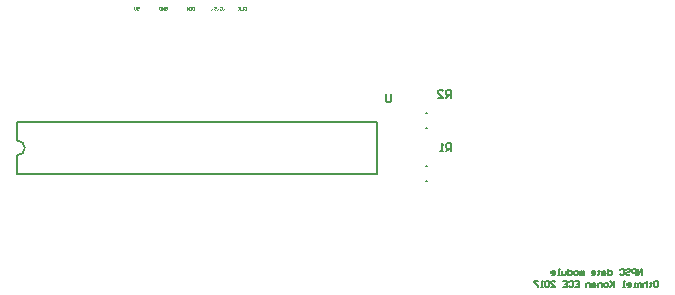
<source format=gbo>
G04 Layer_Color=32896*
%FSLAX42Y42*%
%MOMM*%
G71*
G01*
G75*
%ADD19C,0.13*%
%ADD27C,0.20*%
%ADD28C,0.05*%
D19*
X6709Y1240D02*
Y1310D01*
X6674D01*
X6662Y1298D01*
Y1275D01*
X6674Y1263D01*
X6709D01*
X6686D02*
X6662Y1240D01*
X6639D02*
X6616D01*
X6627D01*
Y1310D01*
X6639Y1298D01*
X6709Y1690D02*
Y1760D01*
X6674D01*
X6662Y1748D01*
Y1725D01*
X6674Y1713D01*
X6709D01*
X6686D02*
X6662Y1690D01*
X6592D02*
X6639D01*
X6592Y1737D01*
Y1748D01*
X6604Y1760D01*
X6627D01*
X6639Y1748D01*
X6201Y1726D02*
Y1668D01*
X6189Y1656D01*
X6166D01*
X6154Y1668D01*
Y1726D01*
X8435Y140D02*
X8452D01*
X8460Y132D01*
Y98D01*
X8452Y90D01*
X8435D01*
X8427Y98D01*
Y132D01*
X8435Y140D01*
X8402Y132D02*
Y123D01*
X8410D01*
X8393D01*
X8402D01*
Y98D01*
X8393Y90D01*
X8368Y140D02*
Y90D01*
Y115D01*
X8360Y123D01*
X8343D01*
X8335Y115D01*
Y90D01*
X8318D02*
Y123D01*
X8293D01*
X8285Y115D01*
Y90D01*
X8268D02*
X8252D01*
X8260D01*
Y123D01*
X8268D01*
X8202Y90D02*
X8218D01*
X8227Y98D01*
Y115D01*
X8218Y123D01*
X8202D01*
X8193Y115D01*
Y107D01*
X8227D01*
X8177Y90D02*
X8160D01*
X8168D01*
Y140D01*
X8177D01*
X8085D02*
Y90D01*
Y107D01*
X8052Y140D01*
X8077Y115D01*
X8052Y90D01*
X8027D02*
X8010D01*
X8002Y98D01*
Y115D01*
X8010Y123D01*
X8027D01*
X8035Y115D01*
Y98D01*
X8027Y90D01*
X7985D02*
Y123D01*
X7960D01*
X7952Y115D01*
Y90D01*
X7927Y123D02*
X7910D01*
X7902Y115D01*
Y90D01*
X7927D01*
X7935Y98D01*
X7927Y107D01*
X7902D01*
X7885Y90D02*
Y123D01*
X7860D01*
X7852Y115D01*
Y90D01*
X7752Y140D02*
X7785D01*
Y90D01*
X7752D01*
X7785Y115D02*
X7769D01*
X7702Y132D02*
X7710Y140D01*
X7727D01*
X7735Y132D01*
Y98D01*
X7727Y90D01*
X7710D01*
X7702Y98D01*
X7652Y140D02*
X7685D01*
Y90D01*
X7652D01*
X7685Y115D02*
X7669D01*
X7552Y90D02*
X7585D01*
X7552Y123D01*
Y132D01*
X7560Y140D01*
X7577D01*
X7585Y132D01*
X7535D02*
X7527Y140D01*
X7510D01*
X7502Y132D01*
Y98D01*
X7510Y90D01*
X7527D01*
X7535Y98D01*
Y132D01*
X7485Y90D02*
X7469D01*
X7477D01*
Y140D01*
X7485Y132D01*
X7444Y140D02*
X7410D01*
Y132D01*
X7444Y98D01*
Y90D01*
X8320Y190D02*
Y240D01*
X8287Y190D01*
Y240D01*
X8270Y190D02*
Y240D01*
X8245D01*
X8237Y232D01*
Y215D01*
X8245Y207D01*
X8270D01*
X8187Y232D02*
X8195Y240D01*
X8212D01*
X8220Y232D01*
Y223D01*
X8212Y215D01*
X8195D01*
X8187Y207D01*
Y198D01*
X8195Y190D01*
X8212D01*
X8220Y198D01*
X8137Y232D02*
X8145Y240D01*
X8162D01*
X8170Y232D01*
Y198D01*
X8162Y190D01*
X8145D01*
X8137Y198D01*
X8037Y240D02*
Y190D01*
X8062D01*
X8070Y198D01*
Y215D01*
X8062Y223D01*
X8037D01*
X8012D02*
X7995D01*
X7987Y215D01*
Y190D01*
X8012D01*
X8020Y198D01*
X8012Y207D01*
X7987D01*
X7962Y232D02*
Y223D01*
X7970D01*
X7953D01*
X7962D01*
Y198D01*
X7953Y190D01*
X7903D02*
X7920D01*
X7928Y198D01*
Y215D01*
X7920Y223D01*
X7903D01*
X7895Y215D01*
Y207D01*
X7928D01*
X7828Y190D02*
Y223D01*
X7820D01*
X7812Y215D01*
Y190D01*
Y215D01*
X7804Y223D01*
X7795Y215D01*
Y190D01*
X7770D02*
X7754D01*
X7745Y198D01*
Y215D01*
X7754Y223D01*
X7770D01*
X7779Y215D01*
Y198D01*
X7770Y190D01*
X7695Y240D02*
Y190D01*
X7720D01*
X7729Y198D01*
Y215D01*
X7720Y223D01*
X7695D01*
X7679D02*
Y198D01*
X7670Y190D01*
X7645D01*
Y223D01*
X7629Y190D02*
X7612D01*
X7620D01*
Y240D01*
X7629D01*
X7562Y190D02*
X7579D01*
X7587Y198D01*
Y215D01*
X7579Y223D01*
X7562D01*
X7554Y215D01*
Y207D01*
X7587D01*
D27*
X3033Y1206D02*
G03*
X3033Y1333I0J63D01*
G01*
Y1489D02*
X6081D01*
Y1050D02*
Y1489D01*
X3033Y1050D02*
X6081D01*
X3033D02*
Y1206D01*
Y1333D02*
Y1489D01*
X6495Y1115D02*
X6505D01*
X6495Y985D02*
X6505D01*
X6495Y1565D02*
X6505D01*
X6495Y1435D02*
X6505D01*
D28*
X4283Y2461D02*
X4288Y2465D01*
X4296D01*
X4300Y2461D01*
Y2444D01*
X4296Y2440D01*
X4288D01*
X4283Y2444D01*
Y2452D01*
X4292D01*
X4275Y2440D02*
Y2465D01*
X4258Y2440D01*
Y2465D01*
X4250D02*
Y2440D01*
X4238D01*
X4233Y2444D01*
Y2461D01*
X4238Y2465D01*
X4250D01*
X4953Y2461D02*
X4958Y2465D01*
X4966D01*
X4970Y2461D01*
Y2444D01*
X4966Y2440D01*
X4958D01*
X4953Y2444D01*
X4945Y2465D02*
Y2440D01*
X4928D01*
X4920Y2465D02*
Y2440D01*
Y2448D01*
X4903Y2465D01*
X4916Y2452D01*
X4903Y2440D01*
X4773D02*
X4790Y2457D01*
X4748Y2461D02*
X4753Y2465D01*
X4761D01*
X4765Y2461D01*
Y2444D01*
X4761Y2440D01*
X4753D01*
X4748Y2444D01*
X4723Y2440D02*
X4740Y2457D01*
X4698Y2461D02*
X4703Y2465D01*
X4711D01*
X4715Y2461D01*
Y2457D01*
X4711Y2452D01*
X4703D01*
X4698Y2448D01*
Y2444D01*
X4703Y2440D01*
X4711D01*
X4715Y2444D01*
X4673Y2440D02*
X4690Y2457D01*
X4530Y2465D02*
Y2440D01*
X4518D01*
X4513Y2444D01*
Y2461D01*
X4518Y2465D01*
X4530D01*
X4505D02*
X4497D01*
X4501D01*
Y2440D01*
X4505D01*
X4497D01*
X4484D02*
Y2465D01*
X4468Y2440D01*
Y2465D01*
X4043D02*
X4060D01*
Y2452D01*
X4052Y2457D01*
X4048D01*
X4043Y2452D01*
Y2444D01*
X4048Y2440D01*
X4056D01*
X4060Y2444D01*
X4035Y2465D02*
Y2448D01*
X4027Y2440D01*
X4018Y2448D01*
Y2465D01*
M02*

</source>
